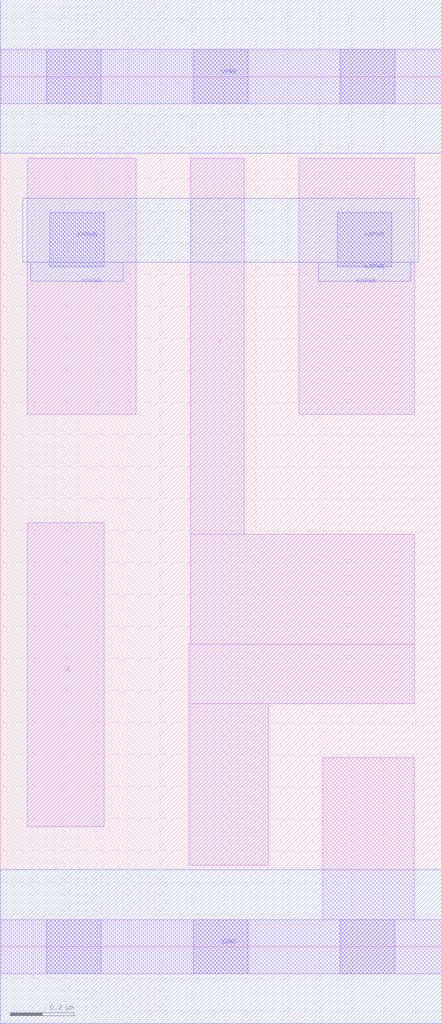
<source format=lef>
# Copyright 2020 The SkyWater PDK Authors
#
# Licensed under the Apache License, Version 2.0 (the "License");
# you may not use this file except in compliance with the License.
# You may obtain a copy of the License at
#
#     https://www.apache.org/licenses/LICENSE-2.0
#
# Unless required by applicable law or agreed to in writing, software
# distributed under the License is distributed on an "AS IS" BASIS,
# WITHOUT WARRANTIES OR CONDITIONS OF ANY KIND, either express or implied.
# See the License for the specific language governing permissions and
# limitations under the License.
#
# SPDX-License-Identifier: Apache-2.0

VERSION 5.7 ;
  NAMESCASESENSITIVE ON ;
  NOWIREEXTENSIONATPIN ON ;
  DIVIDERCHAR "/" ;
  BUSBITCHARS "[]" ;
UNITS
  DATABASE MICRONS 200 ;
END UNITS
MACRO sky130_fd_sc_hd__lpflow_clkinvkapwr_1
  CLASS CORE ;
  SOURCE USER ;
  FOREIGN sky130_fd_sc_hd__lpflow_clkinvkapwr_1 ;
  ORIGIN  0.000000  0.000000 ;
  SIZE  1.380000 BY  2.720000 ;
  SYMMETRY X Y R90 ;
  SITE unithd ;
  PIN A
    ANTENNAGATEAREA  0.315000 ;
    DIRECTION INPUT ;
    USE SIGNAL ;
    PORT
      LAYER li1 ;
        RECT 0.085000 0.375000 0.325000 1.325000 ;
    END
  END A
  PIN Y
    ANTENNADIFFAREA  0.336000 ;
    DIRECTION OUTPUT ;
    USE SIGNAL ;
    PORT
      LAYER li1 ;
        RECT 0.590000 0.255000 0.840000 0.760000 ;
        RECT 0.590000 0.760000 1.295000 0.945000 ;
        RECT 0.595000 0.945000 1.295000 1.290000 ;
        RECT 0.595000 1.290000 0.765000 2.465000 ;
    END
  END Y
  PIN KAPWR
    DIRECTION INOUT ;
    SHAPE ABUTMENT ;
    USE POWER ;
    PORT
      LAYER li1 ;
        RECT 0.085000 1.665000 0.425000 2.465000 ;
      LAYER mcon ;
        RECT 0.155000 2.125000 0.325000 2.295000 ;
    END
    PORT
      LAYER li1 ;
        RECT 0.935000 1.665000 1.295000 2.465000 ;
      LAYER mcon ;
        RECT 1.055000 2.125000 1.225000 2.295000 ;
    END
    PORT
      LAYER met1 ;
        RECT 0.070000 2.140000 1.310000 2.340000 ;
        RECT 0.095000 2.080000 0.385000 2.140000 ;
        RECT 0.995000 2.080000 1.285000 2.140000 ;
    END
  END KAPWR
  PIN VGND
    DIRECTION INOUT ;
    SHAPE ABUTMENT ;
    USE GROUND ;
    PORT
      LAYER met1 ;
        RECT 0.000000 -0.240000 1.380000 0.240000 ;
    END
  END VGND
  PIN VPWR
    DIRECTION INOUT ;
    SHAPE ABUTMENT ;
    USE POWER ;
    PORT
      LAYER met1 ;
        RECT 0.000000 2.480000 1.380000 2.960000 ;
    END
  END VPWR
  OBS
    LAYER li1 ;
      RECT 0.000000 -0.085000 1.380000 0.085000 ;
      RECT 0.000000  2.635000 1.380000 2.805000 ;
      RECT 1.010000  0.085000 1.295000 0.590000 ;
    LAYER mcon ;
      RECT 0.145000 -0.085000 0.315000 0.085000 ;
      RECT 0.145000  2.635000 0.315000 2.805000 ;
      RECT 0.605000 -0.085000 0.775000 0.085000 ;
      RECT 0.605000  2.635000 0.775000 2.805000 ;
      RECT 1.065000 -0.085000 1.235000 0.085000 ;
      RECT 1.065000  2.635000 1.235000 2.805000 ;
  END
END sky130_fd_sc_hd__lpflow_clkinvkapwr_1

</source>
